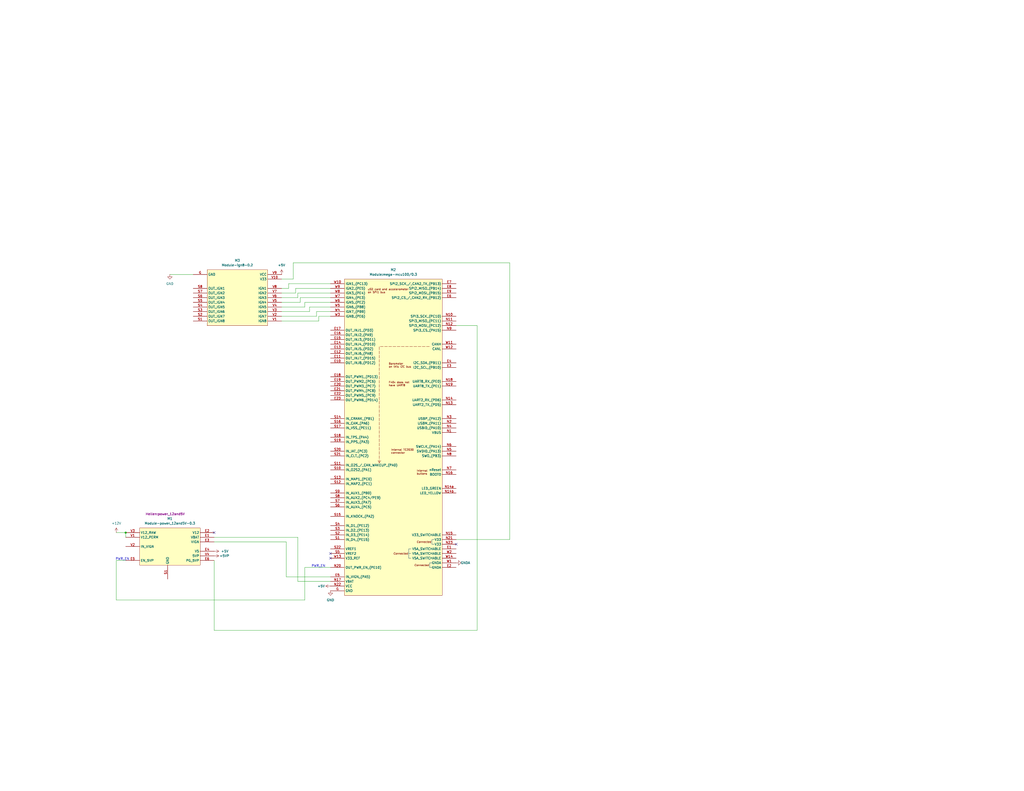
<source format=kicad_sch>
(kicad_sch
	(version 20250114)
	(generator "eeschema")
	(generator_version "9.0")
	(uuid "070aa0f2-6586-4750-adc7-75ee5ef2757c")
	(paper "C")
	(lib_symbols
		(symbol "Rus:Module-power_12and5V-0.3"
			(exclude_from_sim no)
			(in_bom yes)
			(on_board yes)
			(property "Reference" "M"
				(at 1.27 1.27 0)
				(effects
					(font
						(size 1.27 1.27)
					)
				)
			)
			(property "Value" "Module-power_12and5V-0.3"
				(at -1.27 3.81 0)
				(effects
					(font
						(size 1.27 1.27)
					)
				)
			)
			(property "Footprint" "hellen-one-power_12and5V-0.3:power_12and5V"
				(at -2.54 3.81 0)
				(effects
					(font
						(size 1.27 1.27)
					)
					(hide yes)
				)
			)
			(property "Datasheet" ""
				(at 0 0 0)
				(effects
					(font
						(size 1.27 1.27)
					)
					(hide yes)
				)
			)
			(property "Description" "Hellen-One Power_12and5V Module"
				(at 0 0 0)
				(effects
					(font
						(size 1.27 1.27)
					)
					(hide yes)
				)
			)
			(symbol "Module-power_12and5V-0.3_1_0"
				(rectangle
					(start 0 0)
					(end 33.02 -20.32)
					(stroke
						(width 0)
						(type default)
					)
					(fill
						(type background)
					)
				)
				(pin passive line
					(at -7.62 -2.54 0)
					(length 7.62)
					(name "V12_RAW"
						(effects
							(font
								(size 1.27 1.27)
							)
						)
					)
					(number "V3"
						(effects
							(font
								(size 1.27 1.27)
							)
						)
					)
				)
				(pin passive line
					(at -7.62 -5.08 0)
					(length 7.62)
					(name "V12_PERM"
						(effects
							(font
								(size 1.27 1.27)
							)
						)
					)
					(number "V1"
						(effects
							(font
								(size 1.27 1.27)
							)
						)
					)
				)
				(pin passive line
					(at -7.62 -10.16 0)
					(length 7.62)
					(name "IN_VIGN"
						(effects
							(font
								(size 1.27 1.27)
							)
						)
					)
					(number "V2"
						(effects
							(font
								(size 1.27 1.27)
							)
						)
					)
				)
				(pin passive line
					(at -7.62 -17.78 0)
					(length 7.62)
					(name "EN_5VP"
						(effects
							(font
								(size 1.27 1.27)
							)
						)
					)
					(number "E5"
						(effects
							(font
								(size 1.27 1.27)
							)
						)
					)
				)
				(pin passive line
					(at 15.24 -27.94 90)
					(length 7.62)
					(name "GND"
						(effects
							(font
								(size 1.27 1.27)
							)
						)
					)
					(number "S1"
						(effects
							(font
								(size 1.27 1.27)
							)
						)
					)
				)
				(pin passive line
					(at 40.64 -2.54 180)
					(length 7.62)
					(name "V12"
						(effects
							(font
								(size 1.27 1.27)
							)
						)
					)
					(number "E2"
						(effects
							(font
								(size 1.27 1.27)
							)
						)
					)
				)
				(pin passive line
					(at 40.64 -5.08 180)
					(length 7.62)
					(name "VBAT"
						(effects
							(font
								(size 1.27 1.27)
							)
						)
					)
					(number "E1"
						(effects
							(font
								(size 1.27 1.27)
							)
						)
					)
				)
				(pin passive line
					(at 40.64 -7.62 180)
					(length 7.62)
					(name "VIGN"
						(effects
							(font
								(size 1.27 1.27)
							)
						)
					)
					(number "E3"
						(effects
							(font
								(size 1.27 1.27)
							)
						)
					)
				)
				(pin passive line
					(at 40.64 -12.7 180)
					(length 7.62)
					(name "V5"
						(effects
							(font
								(size 1.27 1.27)
							)
						)
					)
					(number "E4"
						(effects
							(font
								(size 1.27 1.27)
							)
						)
					)
				)
				(pin passive line
					(at 40.64 -15.24 180)
					(length 7.62)
					(name "5VP"
						(effects
							(font
								(size 1.27 1.27)
							)
						)
					)
					(number "V4"
						(effects
							(font
								(size 1.27 1.27)
							)
						)
					)
				)
				(pin passive line
					(at 40.64 -17.78 180)
					(length 7.62)
					(name "PG_5VP"
						(effects
							(font
								(size 1.27 1.27)
							)
						)
					)
					(number "E6"
						(effects
							(font
								(size 1.27 1.27)
							)
						)
					)
				)
			)
			(embedded_fonts no)
		)
		(symbol "Rus:Module{colon}mega-mcu100/0.3"
			(exclude_from_sim no)
			(in_bom yes)
			(on_board yes)
			(property "Reference" "M100"
				(at 7.62 2.54 0)
				(effects
					(font
						(size 1.27 1.27)
					)
					(justify left bottom)
				)
			)
			(property "Value" "Module:mega-mcu100/0.3"
				(at 7.62 -172.72 0)
				(effects
					(font
						(size 1.27 1.27)
					)
					(justify left bottom)
				)
			)
			(property "Footprint" "hellen-one-mega-mcu100-0.3:mega-mcu100"
				(at 0 0 0)
				(effects
					(font
						(size 1.27 1.27)
					)
					(hide yes)
				)
			)
			(property "Datasheet" ""
				(at 0 0 0)
				(effects
					(font
						(size 1.27 1.27)
					)
					(hide yes)
				)
			)
			(property "Description" "Hellen One MEGA-MCU100 Module"
				(at 0 0 0)
				(effects
					(font
						(size 1.27 1.27)
					)
					(hide yes)
				)
			)
			(property "PUBLISHER" "qwerty-off"
				(at 0 0 0)
				(effects
					(font
						(size 1.27 1.27)
					)
					(justify left bottom)
					(hide yes)
				)
			)
			(property "SUPPLIER PART NUMBER 1" "*"
				(at -5.588 -55.88 0)
				(effects
					(font
						(size 1.27 1.27)
					)
					(justify left bottom)
					(hide yes)
				)
			)
			(property "SUPPLIER PART NUMBER 2" "*"
				(at -5.588 -55.88 0)
				(effects
					(font
						(size 1.27 1.27)
					)
					(justify left bottom)
					(hide yes)
				)
			)
			(property "SUPPLIER 1" "Mouser"
				(at -5.588 -55.88 0)
				(effects
					(font
						(size 1.27 1.27)
					)
					(justify left bottom)
					(hide yes)
				)
			)
			(property "SUPPLIER 2" "Digi-Key"
				(at -5.588 -55.88 0)
				(effects
					(font
						(size 1.27 1.27)
					)
					(justify left bottom)
					(hide yes)
				)
			)
			(property "FITTED" "False"
				(at -5.588 -38.1 0)
				(effects
					(font
						(size 1.27 1.27)
					)
					(justify left bottom)
					(hide yes)
				)
			)
			(property "PACKAGEREFERENCE" ""
				(at -5.588 -38.1 0)
				(effects
					(font
						(size 1.27 1.27)
					)
					(justify left bottom)
					(hide yes)
				)
			)
			(property "SUPPLIER 3" "LCSC"
				(at -5.588 -38.1 0)
				(effects
					(font
						(size 1.27 1.27)
					)
					(justify left bottom)
					(hide yes)
				)
			)
			(property "SUPPLIER PART NUMBER 3" ""
				(at -5.588 -38.1 0)
				(effects
					(font
						(size 1.27 1.27)
					)
					(justify left bottom)
					(hide yes)
				)
			)
			(property "TYPE" "Module"
				(at -5.588 -38.1 0)
				(effects
					(font
						(size 1.27 1.27)
					)
					(justify left bottom)
					(hide yes)
				)
			)
			(property "ki_fp_filters" "MOD_Hellen_MEGA_MCU100_0.1"
				(at 0 0 0)
				(effects
					(font
						(size 1.27 1.27)
					)
					(hide yes)
				)
			)
			(symbol "Module{colon}mega-mcu100/0.3_1_0"
				(rectangle
					(start 7.62 2.54)
					(end 60.96 -170.18)
					(stroke
						(width 0)
						(type solid)
					)
					(fill
						(type background)
					)
				)
				(polyline
					(pts
						(xy 26.67 -97.79) (xy 25.908 -96.52)
					)
					(stroke
						(width 0)
						(type default)
					)
					(fill
						(type none)
					)
				)
				(polyline
					(pts
						(xy 26.67 -97.79) (xy 27.432 -96.52)
					)
					(stroke
						(width 0)
						(type default)
					)
					(fill
						(type none)
					)
				)
				(polyline
					(pts
						(xy 26.67 -97.79) (xy 26.67 -34.29) (xy 54.61 -34.29)
					)
					(stroke
						(width 0)
						(type dash)
					)
					(fill
						(type none)
					)
				)
				(polyline
					(pts
						(xy 42.672 -147.32) (xy 43.942 -147.32) (xy 43.942 -147.32) (xy 43.942 -147.32)
					)
					(stroke
						(width 0)
						(type solid)
						(color 7 55 99 1)
					)
					(fill
						(type none)
					)
				)
				(polyline
					(pts
						(xy 43.942 -144.78) (xy 42.672 -144.78) (xy 42.672 -149.86) (xy 43.942 -149.86)
					)
					(stroke
						(width 0)
						(type solid)
						(color 7 55 99 1)
					)
					(fill
						(type none)
					)
				)
				(polyline
					(pts
						(xy 55.372 -152.4) (xy 54.102 -152.4) (xy 54.102 -154.94) (xy 55.372 -154.94)
					)
					(stroke
						(width 0)
						(type solid)
						(color 7 55 99 1)
					)
					(fill
						(type none)
					)
				)
				(polyline
					(pts
						(xy 56.642 -139.7) (xy 55.372 -139.7) (xy 55.372 -142.24) (xy 56.642 -142.24)
					)
					(stroke
						(width 0)
						(type solid)
						(color 7 55 99 1)
					)
					(fill
						(type none)
					)
				)
				(text "uSD card and accelerometer \non SPI1 bus"
					(at 20.32 -3.81 0)
					(effects
						(font
							(size 1.016 1.016)
						)
						(justify left)
					)
				)
				(text "Barometer\non this I2C bus"
					(at 31.75 -44.45 0)
					(effects
						(font
							(size 1.016 1.016)
						)
						(justify left)
					)
				)
				(text "F40x does not\nhave UART8"
					(at 31.75 -54.61 0)
					(effects
						(font
							(size 1.016 1.016)
						)
						(justify left)
					)
				)
				(text "Internal TC2030\nconnector"
					(at 33.02 -91.44 0)
					(effects
						(font
							(size 1.016 1.016)
						)
						(justify left)
					)
				)
				(text "Connected"
					(at 34.29 -147.32 0)
					(effects
						(font
							(size 1.016 1.016)
							(italic yes)
						)
						(justify left)
					)
				)
				(text "Connected"
					(at 45.72 -153.67 0)
					(effects
						(font
							(size 1.016 1.016)
							(italic yes)
						)
						(justify left)
					)
				)
				(text "Internal\nbuttons"
					(at 46.99 -102.87 0)
					(effects
						(font
							(size 1.016 1.016)
						)
						(justify left)
					)
				)
				(text "Connected"
					(at 46.99 -140.97 0)
					(effects
						(font
							(size 1.016 1.016)
							(italic yes)
						)
						(justify left)
					)
				)
				(pin passive line
					(at 0 0 0)
					(length 7.62)
					(name "IGN1_(PC13)"
						(effects
							(font
								(size 1.27 1.27)
							)
						)
					)
					(number "W10"
						(effects
							(font
								(size 1.27 1.27)
							)
						)
					)
				)
				(pin passive line
					(at 0 -2.54 0)
					(length 7.62)
					(name "IGN2_(PE5)"
						(effects
							(font
								(size 1.27 1.27)
							)
						)
					)
					(number "W9"
						(effects
							(font
								(size 1.27 1.27)
							)
						)
					)
				)
				(pin passive line
					(at 0 -5.08 0)
					(length 7.62)
					(name "IGN3_(PE4)"
						(effects
							(font
								(size 1.27 1.27)
							)
						)
					)
					(number "W8"
						(effects
							(font
								(size 1.27 1.27)
							)
						)
					)
				)
				(pin passive line
					(at 0 -7.62 0)
					(length 7.62)
					(name "IGN4_(PE3)"
						(effects
							(font
								(size 1.27 1.27)
							)
						)
					)
					(number "W7"
						(effects
							(font
								(size 1.27 1.27)
							)
						)
					)
				)
				(pin passive line
					(at 0 -10.16 0)
					(length 7.62)
					(name "IGN5_(PE2)"
						(effects
							(font
								(size 1.27 1.27)
							)
						)
					)
					(number "W6"
						(effects
							(font
								(size 1.27 1.27)
							)
						)
					)
				)
				(pin passive line
					(at 0 -12.7 0)
					(length 7.62)
					(name "IGN6_(PB8)"
						(effects
							(font
								(size 1.27 1.27)
							)
						)
					)
					(number "W5"
						(effects
							(font
								(size 1.27 1.27)
							)
						)
					)
				)
				(pin passive line
					(at 0 -15.24 0)
					(length 7.62)
					(name "IGN7_(PB9)"
						(effects
							(font
								(size 1.27 1.27)
							)
						)
					)
					(number "W4"
						(effects
							(font
								(size 1.27 1.27)
							)
						)
					)
				)
				(pin passive line
					(at 0 -17.78 0)
					(length 7.62)
					(name "IGN8_(PE6)"
						(effects
							(font
								(size 1.27 1.27)
							)
						)
					)
					(number "W3"
						(effects
							(font
								(size 1.27 1.27)
							)
						)
					)
				)
				(pin passive line
					(at 0 -25.4 0)
					(length 7.62)
					(name "OUT_INJ1_(PD3)"
						(effects
							(font
								(size 1.27 1.27)
							)
						)
					)
					(number "E17"
						(effects
							(font
								(size 1.27 1.27)
							)
						)
					)
				)
				(pin passive line
					(at 0 -27.94 0)
					(length 7.62)
					(name "OUT_INJ2_(PA9)"
						(effects
							(font
								(size 1.27 1.27)
							)
						)
					)
					(number "E16"
						(effects
							(font
								(size 1.27 1.27)
							)
						)
					)
				)
				(pin passive line
					(at 0 -30.48 0)
					(length 7.62)
					(name "OUT_INJ3_(PD11)"
						(effects
							(font
								(size 1.27 1.27)
							)
						)
					)
					(number "E15"
						(effects
							(font
								(size 1.27 1.27)
							)
						)
					)
				)
				(pin passive line
					(at 0 -33.02 0)
					(length 7.62)
					(name "OUT_INJ4_(PD10)"
						(effects
							(font
								(size 1.27 1.27)
							)
						)
					)
					(number "E14"
						(effects
							(font
								(size 1.27 1.27)
							)
						)
					)
				)
				(pin passive line
					(at 0 -35.56 0)
					(length 7.62)
					(name "OUT_INJ5_(PD2)"
						(effects
							(font
								(size 1.27 1.27)
							)
						)
					)
					(number "E13"
						(effects
							(font
								(size 1.27 1.27)
							)
						)
					)
				)
				(pin passive line
					(at 0 -38.1 0)
					(length 7.62)
					(name "OUT_INJ6_(PA8)"
						(effects
							(font
								(size 1.27 1.27)
							)
						)
					)
					(number "E12"
						(effects
							(font
								(size 1.27 1.27)
							)
						)
					)
				)
				(pin passive line
					(at 0 -40.64 0)
					(length 7.62)
					(name "OUT_INJ7_(PD15)"
						(effects
							(font
								(size 1.27 1.27)
							)
						)
					)
					(number "E11"
						(effects
							(font
								(size 1.27 1.27)
							)
						)
					)
				)
				(pin passive line
					(at 0 -43.18 0)
					(length 7.62)
					(name "OUT_INJ8_(PD12)"
						(effects
							(font
								(size 1.27 1.27)
							)
						)
					)
					(number "E10"
						(effects
							(font
								(size 1.27 1.27)
							)
						)
					)
				)
				(pin passive line
					(at 0 -50.8 0)
					(length 7.62)
					(name "OUT_PWM1_(PD13)"
						(effects
							(font
								(size 1.27 1.27)
							)
						)
					)
					(number "E18"
						(effects
							(font
								(size 1.27 1.27)
							)
						)
					)
				)
				(pin passive line
					(at 0 -53.34 0)
					(length 7.62)
					(name "OUT_PWM2_(PC6)"
						(effects
							(font
								(size 1.27 1.27)
							)
						)
					)
					(number "E19"
						(effects
							(font
								(size 1.27 1.27)
							)
						)
					)
				)
				(pin passive line
					(at 0 -55.88 0)
					(length 7.62)
					(name "OUT_PWM3_(PC7)"
						(effects
							(font
								(size 1.27 1.27)
							)
						)
					)
					(number "E20"
						(effects
							(font
								(size 1.27 1.27)
							)
						)
					)
				)
				(pin passive line
					(at 0 -58.42 0)
					(length 7.62)
					(name "OUT_PWM4_(PC8)"
						(effects
							(font
								(size 1.27 1.27)
							)
						)
					)
					(number "E21"
						(effects
							(font
								(size 1.27 1.27)
							)
						)
					)
				)
				(pin passive line
					(at 0 -60.96 0)
					(length 7.62)
					(name "OUT_PWM5_(PC9)"
						(effects
							(font
								(size 1.27 1.27)
							)
						)
					)
					(number "E22"
						(effects
							(font
								(size 1.27 1.27)
							)
						)
					)
				)
				(pin passive line
					(at 0 -63.5 0)
					(length 7.62)
					(name "OUT_PWM6_(PD14)"
						(effects
							(font
								(size 1.27 1.27)
							)
						)
					)
					(number "E23"
						(effects
							(font
								(size 1.27 1.27)
							)
						)
					)
				)
				(pin passive line
					(at 0 -73.66 0)
					(length 7.62)
					(name "IN_CRANK_(PB1)"
						(effects
							(font
								(size 1.27 1.27)
							)
						)
					)
					(number "S14"
						(effects
							(font
								(size 1.27 1.27)
							)
						)
					)
				)
				(pin passive line
					(at 0 -76.2 0)
					(length 7.62)
					(name "IN_CAM_(PA6)"
						(effects
							(font
								(size 1.27 1.27)
							)
						)
					)
					(number "S16"
						(effects
							(font
								(size 1.27 1.27)
							)
						)
					)
				)
				(pin passive line
					(at 0 -78.74 0)
					(length 7.62)
					(name "IN_VSS_(PE11)"
						(effects
							(font
								(size 1.27 1.27)
							)
						)
					)
					(number "S17"
						(effects
							(font
								(size 1.27 1.27)
							)
						)
					)
				)
				(pin passive line
					(at 0 -83.82 0)
					(length 7.62)
					(name "IN_TPS_(PA4)"
						(effects
							(font
								(size 1.27 1.27)
							)
						)
					)
					(number "S18"
						(effects
							(font
								(size 1.27 1.27)
							)
						)
					)
				)
				(pin passive line
					(at 0 -86.36 0)
					(length 7.62)
					(name "IN_PPS_(PA3)"
						(effects
							(font
								(size 1.27 1.27)
							)
						)
					)
					(number "S19"
						(effects
							(font
								(size 1.27 1.27)
							)
						)
					)
				)
				(pin passive line
					(at 0 -91.44 0)
					(length 7.62)
					(name "IN_IAT_(PC3)"
						(effects
							(font
								(size 1.27 1.27)
							)
						)
					)
					(number "S20"
						(effects
							(font
								(size 1.27 1.27)
							)
						)
					)
				)
				(pin passive line
					(at 0 -93.98 0)
					(length 7.62)
					(name "IN_CLT_(PC2)"
						(effects
							(font
								(size 1.27 1.27)
							)
						)
					)
					(number "S21"
						(effects
							(font
								(size 1.27 1.27)
							)
						)
					)
				)
				(pin passive line
					(at 0 -99.06 0)
					(length 7.62)
					(name "IN_O2S_/_CAN_WAKEUP_(PA0)"
						(effects
							(font
								(size 1.27 1.27)
							)
						)
					)
					(number "S11"
						(effects
							(font
								(size 1.27 1.27)
							)
						)
					)
				)
				(pin passive line
					(at 0 -101.6 0)
					(length 7.62)
					(name "IN_O2S2_(PA1)"
						(effects
							(font
								(size 1.27 1.27)
							)
						)
					)
					(number "S10"
						(effects
							(font
								(size 1.27 1.27)
							)
						)
					)
				)
				(pin passive line
					(at 0 -106.68 0)
					(length 7.62)
					(name "IN_MAP1_(PC0)"
						(effects
							(font
								(size 1.27 1.27)
							)
						)
					)
					(number "S13"
						(effects
							(font
								(size 1.27 1.27)
							)
						)
					)
				)
				(pin passive line
					(at 0 -109.22 0)
					(length 7.62)
					(name "IN_MAP2_(PC1)"
						(effects
							(font
								(size 1.27 1.27)
							)
						)
					)
					(number "S12"
						(effects
							(font
								(size 1.27 1.27)
							)
						)
					)
				)
				(pin passive line
					(at 0 -114.3 0)
					(length 7.62)
					(name "IN_AUX1_(PB0)"
						(effects
							(font
								(size 1.27 1.27)
							)
						)
					)
					(number "S9"
						(effects
							(font
								(size 1.27 1.27)
							)
						)
					)
				)
				(pin passive line
					(at 0 -116.84 0)
					(length 7.62)
					(name "IN_AUX2_(PC4/PE9)"
						(effects
							(font
								(size 1.27 1.27)
							)
						)
					)
					(number "S8"
						(effects
							(font
								(size 1.27 1.27)
							)
						)
					)
				)
				(pin passive line
					(at 0 -119.38 0)
					(length 7.62)
					(name "IN_AUX3_(PA7)"
						(effects
							(font
								(size 1.27 1.27)
							)
						)
					)
					(number "S7"
						(effects
							(font
								(size 1.27 1.27)
							)
						)
					)
				)
				(pin passive line
					(at 0 -121.92 0)
					(length 7.62)
					(name "IN_AUX4_(PC5)"
						(effects
							(font
								(size 1.27 1.27)
							)
						)
					)
					(number "S6"
						(effects
							(font
								(size 1.27 1.27)
							)
						)
					)
				)
				(pin passive line
					(at 0 -127 0)
					(length 7.62)
					(name "IN_KNOCK_(PA2)"
						(effects
							(font
								(size 1.27 1.27)
							)
						)
					)
					(number "S15"
						(effects
							(font
								(size 1.27 1.27)
							)
						)
					)
				)
				(pin passive line
					(at 0 -132.08 0)
					(length 7.62)
					(name "IN_D1_(PE12)"
						(effects
							(font
								(size 1.27 1.27)
							)
						)
					)
					(number "S4"
						(effects
							(font
								(size 1.27 1.27)
							)
						)
					)
				)
				(pin passive line
					(at 0 -134.62 0)
					(length 7.62)
					(name "IN_D2_(PE13)"
						(effects
							(font
								(size 1.27 1.27)
							)
						)
					)
					(number "S3"
						(effects
							(font
								(size 1.27 1.27)
							)
						)
					)
				)
				(pin passive line
					(at 0 -137.16 0)
					(length 7.62)
					(name "IN_D3_(PE14)"
						(effects
							(font
								(size 1.27 1.27)
							)
						)
					)
					(number "S2"
						(effects
							(font
								(size 1.27 1.27)
							)
						)
					)
				)
				(pin passive line
					(at 0 -139.7 0)
					(length 7.62)
					(name "IN_D4_(PE15)"
						(effects
							(font
								(size 1.27 1.27)
							)
						)
					)
					(number "S1"
						(effects
							(font
								(size 1.27 1.27)
							)
						)
					)
				)
				(pin passive line
					(at 0 -144.78 0)
					(length 7.62)
					(name "VREF1"
						(effects
							(font
								(size 1.27 1.27)
							)
						)
					)
					(number "S22"
						(effects
							(font
								(size 1.27 1.27)
							)
						)
					)
				)
				(pin passive line
					(at 0 -147.32 0)
					(length 7.62)
					(name "VREF2"
						(effects
							(font
								(size 1.27 1.27)
							)
						)
					)
					(number "S5"
						(effects
							(font
								(size 1.27 1.27)
							)
						)
					)
				)
				(pin passive line
					(at 0 -149.86 0)
					(length 7.62)
					(name "V33_REF"
						(effects
							(font
								(size 1.27 1.27)
							)
						)
					)
					(number "W13"
						(effects
							(font
								(size 1.27 1.27)
							)
						)
					)
				)
				(pin passive line
					(at 0 -154.94 0)
					(length 7.62)
					(name "OUT_PWR_EN_(PE10)"
						(effects
							(font
								(size 1.27 1.27)
							)
						)
					)
					(number "N20"
						(effects
							(font
								(size 1.27 1.27)
							)
						)
					)
				)
				(pin passive line
					(at 0 -160.02 0)
					(length 7.62)
					(name "IN_VIGN_(PA5)"
						(effects
							(font
								(size 1.27 1.27)
							)
						)
					)
					(number "E5"
						(effects
							(font
								(size 1.27 1.27)
							)
						)
					)
				)
				(pin passive line
					(at 0 -162.56 0)
					(length 7.62)
					(name "VBAT"
						(effects
							(font
								(size 1.27 1.27)
							)
						)
					)
					(number "N17"
						(effects
							(font
								(size 1.27 1.27)
							)
						)
					)
				)
				(pin passive line
					(at 0 -165.1 0)
					(length 7.62)
					(name "VCC"
						(effects
							(font
								(size 1.27 1.27)
							)
						)
					)
					(number "N22"
						(effects
							(font
								(size 1.27 1.27)
							)
						)
					)
				)
				(pin passive line
					(at 0 -167.64 0)
					(length 7.62)
					(name "GND"
						(effects
							(font
								(size 1.27 1.27)
							)
						)
					)
					(number "G"
						(effects
							(font
								(size 1.27 1.27)
							)
						)
					)
				)
				(pin passive line
					(at 68.58 0 180)
					(length 7.62)
					(name "SPI2_SCK_/_CAN2_TX_(PB13)"
						(effects
							(font
								(size 1.27 1.27)
							)
						)
					)
					(number "E7"
						(effects
							(font
								(size 1.27 1.27)
							)
						)
					)
				)
				(pin passive line
					(at 68.58 -2.54 180)
					(length 7.62)
					(name "SPI2_MISO_(PB14)"
						(effects
							(font
								(size 1.27 1.27)
							)
						)
					)
					(number "E8"
						(effects
							(font
								(size 1.27 1.27)
							)
						)
					)
				)
				(pin passive line
					(at 68.58 -5.08 180)
					(length 7.62)
					(name "SPI2_MOSI_(PB15)"
						(effects
							(font
								(size 1.27 1.27)
							)
						)
					)
					(number "E9"
						(effects
							(font
								(size 1.27 1.27)
							)
						)
					)
				)
				(pin passive line
					(at 68.58 -7.62 180)
					(length 7.62)
					(name "SPI2_CS_/_CAN2_RX_(PB12)"
						(effects
							(font
								(size 1.27 1.27)
							)
						)
					)
					(number "E6"
						(effects
							(font
								(size 1.27 1.27)
							)
						)
					)
				)
				(pin passive line
					(at 68.58 -17.78 180)
					(length 7.62)
					(name "SPI3_SCK_(PC10)"
						(effects
							(font
								(size 1.27 1.27)
							)
						)
					)
					(number "N10"
						(effects
							(font
								(size 1.27 1.27)
							)
						)
					)
				)
				(pin passive line
					(at 68.58 -20.32 180)
					(length 7.62)
					(name "SPI3_MISO_(PC11)"
						(effects
							(font
								(size 1.27 1.27)
							)
						)
					)
					(number "N11"
						(effects
							(font
								(size 1.27 1.27)
							)
						)
					)
				)
				(pin passive line
					(at 68.58 -22.86 180)
					(length 7.62)
					(name "SPI3_MOSI_(PC12)"
						(effects
							(font
								(size 1.27 1.27)
							)
						)
					)
					(number "N12"
						(effects
							(font
								(size 1.27 1.27)
							)
						)
					)
				)
				(pin passive line
					(at 68.58 -25.4 180)
					(length 7.62)
					(name "SPI3_CS_(PA15)"
						(effects
							(font
								(size 1.27 1.27)
							)
						)
					)
					(number "N9"
						(effects
							(font
								(size 1.27 1.27)
							)
						)
					)
				)
				(pin passive line
					(at 68.58 -33.02 180)
					(length 7.62)
					(name "CANH"
						(effects
							(font
								(size 1.27 1.27)
							)
						)
					)
					(number "W11"
						(effects
							(font
								(size 1.27 1.27)
							)
						)
					)
				)
				(pin passive line
					(at 68.58 -35.56 180)
					(length 7.62)
					(name "CANL"
						(effects
							(font
								(size 1.27 1.27)
							)
						)
					)
					(number "W12"
						(effects
							(font
								(size 1.27 1.27)
							)
						)
					)
				)
				(pin passive line
					(at 68.58 -43.18 180)
					(length 7.62)
					(name "I2C_SDA_(PB11)"
						(effects
							(font
								(size 1.27 1.27)
							)
						)
					)
					(number "E4"
						(effects
							(font
								(size 1.27 1.27)
							)
						)
					)
				)
				(pin passive line
					(at 68.58 -45.72 180)
					(length 7.62)
					(name "I2C_SCL_(PB10)"
						(effects
							(font
								(size 1.27 1.27)
							)
						)
					)
					(number "E3"
						(effects
							(font
								(size 1.27 1.27)
							)
						)
					)
				)
				(pin passive line
					(at 68.58 -53.34 180)
					(length 7.62)
					(name "UART8_RX_(PE0)"
						(effects
							(font
								(size 1.27 1.27)
							)
						)
					)
					(number "N18"
						(effects
							(font
								(size 1.27 1.27)
							)
						)
					)
				)
				(pin passive line
					(at 68.58 -55.88 180)
					(length 7.62)
					(name "UART8_TX_(PE1)"
						(effects
							(font
								(size 1.27 1.27)
							)
						)
					)
					(number "N19"
						(effects
							(font
								(size 1.27 1.27)
							)
						)
					)
				)
				(pin passive line
					(at 68.58 -63.5 180)
					(length 7.62)
					(name "UART2_RX_(PD6)"
						(effects
							(font
								(size 1.27 1.27)
							)
						)
					)
					(number "N14"
						(effects
							(font
								(size 1.27 1.27)
							)
						)
					)
				)
				(pin passive line
					(at 68.58 -66.04 180)
					(length 7.62)
					(name "UART2_TX_(PD5)"
						(effects
							(font
								(size 1.27 1.27)
							)
						)
					)
					(number "N13"
						(effects
							(font
								(size 1.27 1.27)
							)
						)
					)
				)
				(pin passive line
					(at 68.58 -73.66 180)
					(length 7.62)
					(name "USBP_(PA12)"
						(effects
							(font
								(size 1.27 1.27)
							)
						)
					)
					(number "N3"
						(effects
							(font
								(size 1.27 1.27)
							)
						)
					)
				)
				(pin passive line
					(at 68.58 -76.2 180)
					(length 7.62)
					(name "USBM_(PA11)"
						(effects
							(font
								(size 1.27 1.27)
							)
						)
					)
					(number "N2"
						(effects
							(font
								(size 1.27 1.27)
							)
						)
					)
				)
				(pin passive line
					(at 68.58 -78.74 180)
					(length 7.62)
					(name "USBID_(PA10)"
						(effects
							(font
								(size 1.27 1.27)
							)
						)
					)
					(number "N4"
						(effects
							(font
								(size 1.27 1.27)
							)
						)
					)
				)
				(pin passive line
					(at 68.58 -81.28 180)
					(length 7.62)
					(name "VBUS"
						(effects
							(font
								(size 1.27 1.27)
							)
						)
					)
					(number "N1"
						(effects
							(font
								(size 1.27 1.27)
							)
						)
					)
				)
				(pin passive line
					(at 68.58 -88.9 180)
					(length 7.62)
					(name "SWCLK_(PA14)"
						(effects
							(font
								(size 1.27 1.27)
							)
						)
					)
					(number "N6"
						(effects
							(font
								(size 1.27 1.27)
							)
						)
					)
				)
				(pin passive line
					(at 68.58 -91.44 180)
					(length 7.62)
					(name "SWDIO_(PA13)"
						(effects
							(font
								(size 1.27 1.27)
							)
						)
					)
					(number "N5"
						(effects
							(font
								(size 1.27 1.27)
							)
						)
					)
				)
				(pin passive line
					(at 68.58 -93.98 180)
					(length 7.62)
					(name "SWO_(PB3)"
						(effects
							(font
								(size 1.27 1.27)
							)
						)
					)
					(number "N8"
						(effects
							(font
								(size 1.27 1.27)
							)
						)
					)
				)
				(pin passive line
					(at 68.58 -101.6 180)
					(length 7.62)
					(name "nReset"
						(effects
							(font
								(size 1.27 1.27)
							)
						)
					)
					(number "N7"
						(effects
							(font
								(size 1.27 1.27)
							)
						)
					)
				)
				(pin passive line
					(at 68.58 -104.14 180)
					(length 7.62)
					(name "BOOT0"
						(effects
							(font
								(size 1.27 1.27)
							)
						)
					)
					(number "N16"
						(effects
							(font
								(size 1.27 1.27)
							)
						)
					)
				)
				(pin passive line
					(at 68.58 -111.76 180)
					(length 7.62)
					(name "LED_GREEN"
						(effects
							(font
								(size 1.27 1.27)
							)
						)
					)
					(number "N14a"
						(effects
							(font
								(size 1.27 1.27)
							)
						)
					)
				)
				(pin passive line
					(at 68.58 -114.3 180)
					(length 7.62)
					(name "LED_YELLOW"
						(effects
							(font
								(size 1.27 1.27)
							)
						)
					)
					(number "N14b"
						(effects
							(font
								(size 1.27 1.27)
							)
						)
					)
				)
				(pin passive line
					(at 68.58 -137.16 180)
					(length 7.62)
					(name "V33_SWITCHABLE"
						(effects
							(font
								(size 1.27 1.27)
							)
						)
					)
					(number "N15"
						(effects
							(font
								(size 1.27 1.27)
							)
						)
					)
				)
				(pin passive line
					(at 68.58 -139.7 180)
					(length 7.62)
					(name "V33"
						(effects
							(font
								(size 1.27 1.27)
							)
						)
					)
					(number "N21"
						(effects
							(font
								(size 1.27 1.27)
							)
						)
					)
				)
				(pin passive line
					(at 68.58 -142.24 180)
					(length 7.62)
					(name "V33"
						(effects
							(font
								(size 1.27 1.27)
							)
						)
					)
					(number "N23"
						(effects
							(font
								(size 1.27 1.27)
							)
						)
					)
				)
				(pin passive line
					(at 68.58 -144.78 180)
					(length 7.62)
					(name "V5A_SWITCHABLE"
						(effects
							(font
								(size 1.27 1.27)
							)
						)
					)
					(number "E1"
						(effects
							(font
								(size 1.27 1.27)
							)
						)
					)
				)
				(pin passive line
					(at 68.58 -147.32 180)
					(length 7.62)
					(name "V5A_SWITCHABLE"
						(effects
							(font
								(size 1.27 1.27)
							)
						)
					)
					(number "W2"
						(effects
							(font
								(size 1.27 1.27)
							)
						)
					)
				)
				(pin passive line
					(at 68.58 -149.86 180)
					(length 7.62)
					(name "V5A_SWITCHABLE"
						(effects
							(font
								(size 1.27 1.27)
							)
						)
					)
					(number "W14"
						(effects
							(font
								(size 1.27 1.27)
							)
						)
					)
				)
				(pin passive line
					(at 68.58 -152.4 180)
					(length 7.62)
					(name "GNDA"
						(effects
							(font
								(size 1.27 1.27)
							)
						)
					)
					(number "W1"
						(effects
							(font
								(size 1.27 1.27)
							)
						)
					)
				)
				(pin passive line
					(at 68.58 -154.94 180)
					(length 7.62)
					(name "GNDA"
						(effects
							(font
								(size 1.27 1.27)
							)
						)
					)
					(number "E2"
						(effects
							(font
								(size 1.27 1.27)
							)
						)
					)
				)
			)
			(embedded_fonts no)
		)
		(symbol "ign8:Module-ign8-0.2"
			(exclude_from_sim no)
			(in_bom yes)
			(on_board yes)
			(property "Reference" "M"
				(at 0 0 0)
				(effects
					(font
						(size 1.27 1.27)
					)
				)
			)
			(property "Value" "Module-ign8-0.2"
				(at 0 0 0)
				(effects
					(font
						(size 1.27 1.27)
					)
				)
			)
			(property "Footprint" "hellen-one-ign8-0.2:ign8"
				(at 0 0 0)
				(effects
					(font
						(size 1.27 1.27)
					)
					(hide yes)
				)
			)
			(property "Datasheet" ""
				(at 0 0 0)
				(effects
					(font
						(size 1.27 1.27)
					)
					(hide yes)
				)
			)
			(property "Description" "Hellen-One 8-ch Ignition Module"
				(at 0 0 0)
				(effects
					(font
						(size 1.27 1.27)
					)
					(hide yes)
				)
			)
			(symbol "Module-ign8-0.2_1_0"
				(rectangle
					(start 33.02 0)
					(end 0 -30.48)
					(stroke
						(width 0)
						(type default)
					)
					(fill
						(type background)
					)
				)
				(pin passive line
					(at -7.62 -2.54 0)
					(length 7.62)
					(name "VCC"
						(effects
							(font
								(size 1.27 1.27)
							)
						)
					)
					(number "V9"
						(effects
							(font
								(size 1.27 1.27)
							)
						)
					)
				)
				(pin passive line
					(at -7.62 -5.08 0)
					(length 7.62)
					(name "V33"
						(effects
							(font
								(size 1.27 1.27)
							)
						)
					)
					(number "V10"
						(effects
							(font
								(size 1.27 1.27)
							)
						)
					)
				)
				(pin passive line
					(at -7.62 -10.16 0)
					(length 7.62)
					(name "IGN1"
						(effects
							(font
								(size 1.27 1.27)
							)
						)
					)
					(number "V8"
						(effects
							(font
								(size 1.27 1.27)
							)
						)
					)
				)
				(pin passive line
					(at -7.62 -12.7 0)
					(length 7.62)
					(name "IGN2"
						(effects
							(font
								(size 1.27 1.27)
							)
						)
					)
					(number "V7"
						(effects
							(font
								(size 1.27 1.27)
							)
						)
					)
				)
				(pin passive line
					(at -7.62 -15.24 0)
					(length 7.62)
					(name "IGN3"
						(effects
							(font
								(size 1.27 1.27)
							)
						)
					)
					(number "V6"
						(effects
							(font
								(size 1.27 1.27)
							)
						)
					)
				)
				(pin passive line
					(at -7.62 -17.78 0)
					(length 7.62)
					(name "IGN4"
						(effects
							(font
								(size 1.27 1.27)
							)
						)
					)
					(number "V5"
						(effects
							(font
								(size 1.27 1.27)
							)
						)
					)
				)
				(pin passive line
					(at -7.62 -20.32 0)
					(length 7.62)
					(name "IGN5"
						(effects
							(font
								(size 1.27 1.27)
							)
						)
					)
					(number "V4"
						(effects
							(font
								(size 1.27 1.27)
							)
						)
					)
				)
				(pin passive line
					(at -7.62 -22.86 0)
					(length 7.62)
					(name "IGN6"
						(effects
							(font
								(size 1.27 1.27)
							)
						)
					)
					(number "V3"
						(effects
							(font
								(size 1.27 1.27)
							)
						)
					)
				)
				(pin passive line
					(at -7.62 -25.4 0)
					(length 7.62)
					(name "IGN7"
						(effects
							(font
								(size 1.27 1.27)
							)
						)
					)
					(number "V2"
						(effects
							(font
								(size 1.27 1.27)
							)
						)
					)
				)
				(pin passive line
					(at -7.62 -27.94 0)
					(length 7.62)
					(name "IGN8"
						(effects
							(font
								(size 1.27 1.27)
							)
						)
					)
					(number "V1"
						(effects
							(font
								(size 1.27 1.27)
							)
						)
					)
				)
				(pin passive line
					(at 40.64 -2.54 180)
					(length 7.62)
					(name "GND"
						(effects
							(font
								(size 1.27 1.27)
							)
						)
					)
					(number "G"
						(effects
							(font
								(size 1.27 1.27)
							)
						)
					)
				)
				(pin passive line
					(at 40.64 -10.16 180)
					(length 7.62)
					(name "OUT_IGN1"
						(effects
							(font
								(size 1.27 1.27)
							)
						)
					)
					(number "S8"
						(effects
							(font
								(size 1.27 1.27)
							)
						)
					)
				)
				(pin passive line
					(at 40.64 -12.7 180)
					(length 7.62)
					(name "OUT_IGN2"
						(effects
							(font
								(size 1.27 1.27)
							)
						)
					)
					(number "S7"
						(effects
							(font
								(size 1.27 1.27)
							)
						)
					)
				)
				(pin passive line
					(at 40.64 -15.24 180)
					(length 7.62)
					(name "OUT_IGN3"
						(effects
							(font
								(size 1.27 1.27)
							)
						)
					)
					(number "S6"
						(effects
							(font
								(size 1.27 1.27)
							)
						)
					)
				)
				(pin passive line
					(at 40.64 -17.78 180)
					(length 7.62)
					(name "OUT_IGN4"
						(effects
							(font
								(size 1.27 1.27)
							)
						)
					)
					(number "S5"
						(effects
							(font
								(size 1.27 1.27)
							)
						)
					)
				)
				(pin passive line
					(at 40.64 -20.32 180)
					(length 7.62)
					(name "OUT_IGN5"
						(effects
							(font
								(size 1.27 1.27)
							)
						)
					)
					(number "S4"
						(effects
							(font
								(size 1.27 1.27)
							)
						)
					)
				)
				(pin passive line
					(at 40.64 -22.86 180)
					(length 7.62)
					(name "OUT_IGN6"
						(effects
							(font
								(size 1.27 1.27)
							)
						)
					)
					(number "S3"
						(effects
							(font
								(size 1.27 1.27)
							)
						)
					)
				)
				(pin passive line
					(at 40.64 -25.4 180)
					(length 7.62)
					(name "OUT_IGN7"
						(effects
							(font
								(size 1.27 1.27)
							)
						)
					)
					(number "S2"
						(effects
							(font
								(size 1.27 1.27)
							)
						)
					)
				)
				(pin passive line
					(at 40.64 -27.94 180)
					(length 7.62)
					(name "OUT_IGN8"
						(effects
							(font
								(size 1.27 1.27)
							)
						)
					)
					(number "S1"
						(effects
							(font
								(size 1.27 1.27)
							)
						)
					)
				)
			)
			(embedded_fonts no)
		)
		(symbol "power:+12V"
			(power)
			(pin_numbers
				(hide yes)
			)
			(pin_names
				(offset 0)
				(hide yes)
			)
			(exclude_from_sim no)
			(in_bom yes)
			(on_board yes)
			(property "Reference" "#PWR"
				(at 0 -3.81 0)
				(effects
					(font
						(size 1.27 1.27)
					)
					(hide yes)
				)
			)
			(property "Value" "+12V"
				(at 0 3.556 0)
				(effects
					(font
						(size 1.27 1.27)
					)
				)
			)
			(property "Footprint" ""
				(at 0 0 0)
				(effects
					(font
						(size 1.27 1.27)
					)
					(hide yes)
				)
			)
			(property "Datasheet" ""
				(at 0 0 0)
				(effects
					(font
						(size 1.27 1.27)
					)
					(hide yes)
				)
			)
			(property "Description" "Power symbol creates a global label with name \"+12V\""
				(at 0 0 0)
				(effects
					(font
						(size 1.27 1.27)
					)
					(hide yes)
				)
			)
			(property "ki_keywords" "global power"
				(at 0 0 0)
				(effects
					(font
						(size 1.27 1.27)
					)
					(hide yes)
				)
			)
			(symbol "+12V_0_1"
				(polyline
					(pts
						(xy -0.762 1.27) (xy 0 2.54)
					)
					(stroke
						(width 0)
						(type default)
					)
					(fill
						(type none)
					)
				)
				(polyline
					(pts
						(xy 0 2.54) (xy 0.762 1.27)
					)
					(stroke
						(width 0)
						(type default)
					)
					(fill
						(type none)
					)
				)
				(polyline
					(pts
						(xy 0 0) (xy 0 2.54)
					)
					(stroke
						(width 0)
						(type default)
					)
					(fill
						(type none)
					)
				)
			)
			(symbol "+12V_1_1"
				(pin power_in line
					(at 0 0 90)
					(length 0)
					(name "~"
						(effects
							(font
								(size 1.27 1.27)
							)
						)
					)
					(number "1"
						(effects
							(font
								(size 1.27 1.27)
							)
						)
					)
				)
			)
			(embedded_fonts no)
		)
		(symbol "power:+5V"
			(power)
			(pin_numbers
				(hide yes)
			)
			(pin_names
				(offset 0)
				(hide yes)
			)
			(exclude_from_sim no)
			(in_bom yes)
			(on_board yes)
			(property "Reference" "#PWR"
				(at 0 -3.81 0)
				(effects
					(font
						(size 1.27 1.27)
					)
					(hide yes)
				)
			)
			(property "Value" "+5V"
				(at 0 3.556 0)
				(effects
					(font
						(size 1.27 1.27)
					)
				)
			)
			(property "Footprint" ""
				(at 0 0 0)
				(effects
					(font
						(size 1.27 1.27)
					)
					(hide yes)
				)
			)
			(property "Datasheet" ""
				(at 0 0 0)
				(effects
					(font
						(size 1.27 1.27)
					)
					(hide yes)
				)
			)
			(property "Description" "Power symbol creates a global label with name \"+5V\""
				(at 0 0 0)
				(effects
					(font
						(size 1.27 1.27)
					)
					(hide yes)
				)
			)
			(property "ki_keywords" "global power"
				(at 0 0 0)
				(effects
					(font
						(size 1.27 1.27)
					)
					(hide yes)
				)
			)
			(symbol "+5V_0_1"
				(polyline
					(pts
						(xy -0.762 1.27) (xy 0 2.54)
					)
					(stroke
						(width 0)
						(type default)
					)
					(fill
						(type none)
					)
				)
				(polyline
					(pts
						(xy 0 2.54) (xy 0.762 1.27)
					)
					(stroke
						(width 0)
						(type default)
					)
					(fill
						(type none)
					)
				)
				(polyline
					(pts
						(xy 0 0) (xy 0 2.54)
					)
					(stroke
						(width 0)
						(type default)
					)
					(fill
						(type none)
					)
				)
			)
			(symbol "+5V_1_1"
				(pin power_in line
					(at 0 0 90)
					(length 0)
					(name "~"
						(effects
							(font
								(size 1.27 1.27)
							)
						)
					)
					(number "1"
						(effects
							(font
								(size 1.27 1.27)
							)
						)
					)
				)
			)
			(embedded_fonts no)
		)
		(symbol "power:+5VP"
			(power)
			(pin_numbers
				(hide yes)
			)
			(pin_names
				(offset 0)
				(hide yes)
			)
			(exclude_from_sim no)
			(in_bom yes)
			(on_board yes)
			(property "Reference" "#PWR"
				(at 0 -3.81 0)
				(effects
					(font
						(size 1.27 1.27)
					)
					(hide yes)
				)
			)
			(property "Value" "+5VP"
				(at 0 3.556 0)
				(effects
					(font
						(size 1.27 1.27)
					)
				)
			)
			(property "Footprint" ""
				(at 0 0 0)
				(effects
					(font
						(size 1.27 1.27)
					)
					(hide yes)
				)
			)
			(property "Datasheet" ""
				(at 0 0 0)
				(effects
					(font
						(size 1.27 1.27)
					)
					(hide yes)
				)
			)
			(property "Description" "Power symbol creates a global label with name \"+5VP\""
				(at 0 0 0)
				(effects
					(font
						(size 1.27 1.27)
					)
					(hide yes)
				)
			)
			(property "ki_keywords" "global power"
				(at 0 0 0)
				(effects
					(font
						(size 1.27 1.27)
					)
					(hide yes)
				)
			)
			(symbol "+5VP_0_1"
				(polyline
					(pts
						(xy -0.762 1.27) (xy 0 2.54)
					)
					(stroke
						(width 0)
						(type default)
					)
					(fill
						(type none)
					)
				)
				(polyline
					(pts
						(xy 0 2.54) (xy 0.762 1.27)
					)
					(stroke
						(width 0)
						(type default)
					)
					(fill
						(type none)
					)
				)
				(polyline
					(pts
						(xy 0 0) (xy 0 2.54)
					)
					(stroke
						(width 0)
						(type default)
					)
					(fill
						(type none)
					)
				)
			)
			(symbol "+5VP_1_1"
				(pin power_in line
					(at 0 0 90)
					(length 0)
					(name "~"
						(effects
							(font
								(size 1.27 1.27)
							)
						)
					)
					(number "1"
						(effects
							(font
								(size 1.27 1.27)
							)
						)
					)
				)
			)
			(embedded_fonts no)
		)
		(symbol "power:GND"
			(power)
			(pin_numbers
				(hide yes)
			)
			(pin_names
				(offset 0)
				(hide yes)
			)
			(exclude_from_sim no)
			(in_bom yes)
			(on_board yes)
			(property "Reference" "#PWR"
				(at 0 -6.35 0)
				(effects
					(font
						(size 1.27 1.27)
					)
					(hide yes)
				)
			)
			(property "Value" "GND"
				(at 0 -3.81 0)
				(effects
					(font
						(size 1.27 1.27)
					)
				)
			)
			(property "Footprint" ""
				(at 0 0 0)
				(effects
					(font
						(size 1.27 1.27)
					)
					(hide yes)
				)
			)
			(property "Datasheet" ""
				(at 0 0 0)
				(effects
					(font
						(size 1.27 1.27)
					)
					(hide yes)
				)
			)
			(property "Description" "Power symbol creates a global label with name \"GND\" , ground"
				(at 0 0 0)
				(effects
					(font
						(size 1.27 1.27)
					)
					(hide yes)
				)
			)
			(property "ki_keywords" "global power"
				(at 0 0 0)
				(effects
					(font
						(size 1.27 1.27)
					)
					(hide yes)
				)
			)
			(symbol "GND_0_1"
				(polyline
					(pts
						(xy 0 0) (xy 0 -1.27) (xy 1.27 -1.27) (xy 0 -2.54) (xy -1.27 -1.27) (xy 0 -1.27)
					)
					(stroke
						(width 0)
						(type default)
					)
					(fill
						(type none)
					)
				)
			)
			(symbol "GND_1_1"
				(pin power_in line
					(at 0 0 270)
					(length 0)
					(name "~"
						(effects
							(font
								(size 1.27 1.27)
							)
						)
					)
					(number "1"
						(effects
							(font
								(size 1.27 1.27)
							)
						)
					)
				)
			)
			(embedded_fonts no)
		)
		(symbol "power:GNDA"
			(power)
			(pin_numbers
				(hide yes)
			)
			(pin_names
				(offset 0)
				(hide yes)
			)
			(exclude_from_sim no)
			(in_bom yes)
			(on_board yes)
			(property "Reference" "#PWR"
				(at 0 -6.35 0)
				(effects
					(font
						(size 1.27 1.27)
					)
					(hide yes)
				)
			)
			(property "Value" "GNDA"
				(at 0 -3.81 0)
				(effects
					(font
						(size 1.27 1.27)
					)
				)
			)
			(property "Footprint" ""
				(at 0 0 0)
				(effects
					(font
						(size 1.27 1.27)
					)
					(hide yes)
				)
			)
			(property "Datasheet" ""
				(at 0 0 0)
				(effects
					(font
						(size 1.27 1.27)
					)
					(hide yes)
				)
			)
			(property "Description" "Power symbol creates a global label with name \"GNDA\" , analog ground"
				(at 0 0 0)
				(effects
					(font
						(size 1.27 1.27)
					)
					(hide yes)
				)
			)
			(property "ki_keywords" "global power"
				(at 0 0 0)
				(effects
					(font
						(size 1.27 1.27)
					)
					(hide yes)
				)
			)
			(symbol "GNDA_0_1"
				(polyline
					(pts
						(xy 0 0) (xy 0 -1.27) (xy 1.27 -1.27) (xy 0 -2.54) (xy -1.27 -1.27) (xy 0 -1.27)
					)
					(stroke
						(width 0)
						(type default)
					)
					(fill
						(type none)
					)
				)
			)
			(symbol "GNDA_1_1"
				(pin power_in line
					(at 0 0 270)
					(length 0)
					(name "~"
						(effects
							(font
								(size 1.27 1.27)
							)
						)
					)
					(number "1"
						(effects
							(font
								(size 1.27 1.27)
							)
						)
					)
				)
			)
			(embedded_fonts no)
		)
	)
	(text "PWR_EN"
		(exclude_from_sim no)
		(at 66.802 305.308 0)
		(effects
			(font
				(size 1.27 1.27)
			)
		)
		(uuid "58e50cf2-c85f-4a17-b7a3-08f53dcbaef9")
	)
	(text "PWR_EN"
		(exclude_from_sim no)
		(at 173.736 309.118 0)
		(effects
			(font
				(size 1.27 1.27)
			)
		)
		(uuid "fd6a0492-2195-4a63-8f9c-19dc9f7b967a")
	)
	(junction
		(at 68.58 290.83)
		(diameter 0)
		(color 0 0 0 0)
		(uuid "cbd61b29-7d10-4bcd-8a2b-1d8721b81e0d")
	)
	(no_connect
		(at 180.34 302.26)
		(uuid "2ed386f3-bf14-40bf-890f-bc5299b7c1ea")
	)
	(no_connect
		(at 180.34 304.8)
		(uuid "5accbe5e-c6cc-48d4-91a3-24f9ba3daea1")
	)
	(no_connect
		(at 116.84 290.83)
		(uuid "66542bc0-3368-44e8-8544-d1726426ac91")
	)
	(no_connect
		(at 248.92 297.18)
		(uuid "8331ddfb-351c-41dc-b6da-49918c4a846d")
	)
	(wire
		(pts
			(xy 163.83 162.56) (xy 180.34 162.56)
		)
		(stroke
			(width 0)
			(type default)
		)
		(uuid "0171274d-92a9-4ce2-a22d-43bc37d4b67e")
	)
	(wire
		(pts
			(xy 161.29 157.48) (xy 161.29 160.02)
		)
		(stroke
			(width 0)
			(type default)
		)
		(uuid "0256d589-0ed9-4ed8-ab95-298aae512487")
	)
	(wire
		(pts
			(xy 116.84 344.17) (xy 116.84 306.07)
		)
		(stroke
			(width 0)
			(type default)
		)
		(uuid "0b92de1b-f870-4c69-b704-cc628d82ba48")
	)
	(wire
		(pts
			(xy 180.34 309.88) (xy 166.37 309.88)
		)
		(stroke
			(width 0)
			(type default)
		)
		(uuid "0bec5d02-568f-44a7-afca-1250840551e4")
	)
	(wire
		(pts
			(xy 68.58 290.83) (xy 68.58 293.37)
		)
		(stroke
			(width 0)
			(type default)
		)
		(uuid "108dc2ef-f7f7-4472-b0eb-0597f5c2da02")
	)
	(wire
		(pts
			(xy 63.5 290.83) (xy 68.58 290.83)
		)
		(stroke
			(width 0)
			(type default)
		)
		(uuid "12ed8b23-00c4-48db-8570-90cb95cf5fff")
	)
	(wire
		(pts
			(xy 162.56 162.56) (xy 162.56 160.02)
		)
		(stroke
			(width 0)
			(type default)
		)
		(uuid "1548de1e-a87f-428e-9dbf-f5476f3e0437")
	)
	(wire
		(pts
			(xy 63.5 327.66) (xy 63.5 306.07)
		)
		(stroke
			(width 0)
			(type default)
		)
		(uuid "207e69e8-1a37-405c-b6de-0c7219f00968")
	)
	(wire
		(pts
			(xy 168.91 170.18) (xy 153.67 170.18)
		)
		(stroke
			(width 0)
			(type default)
		)
		(uuid "254aedf7-d6bb-424e-8c83-619d062f3e0c")
	)
	(wire
		(pts
			(xy 153.67 157.48) (xy 157.48 157.48)
		)
		(stroke
			(width 0)
			(type default)
		)
		(uuid "2e701f0e-8a66-4a55-8b1c-72cd5f0e01b7")
	)
	(wire
		(pts
			(xy 248.92 177.8) (xy 260.35 177.8)
		)
		(stroke
			(width 0)
			(type default)
		)
		(uuid "2fec61ed-19bb-4c01-bb98-c9c2d15ec67b")
	)
	(wire
		(pts
			(xy 160.02 143.51) (xy 160.02 152.4)
		)
		(stroke
			(width 0)
			(type default)
		)
		(uuid "364687a9-7b04-4b71-81c0-d8b8cb576823")
	)
	(wire
		(pts
			(xy 92.71 149.86) (xy 105.41 149.86)
		)
		(stroke
			(width 0)
			(type default)
		)
		(uuid "383d445f-d2d9-4a81-be1d-dbf22469028b")
	)
	(wire
		(pts
			(xy 166.37 309.88) (xy 166.37 327.66)
		)
		(stroke
			(width 0)
			(type default)
		)
		(uuid "3a937b3e-6b22-4cca-8f82-3194b768b84d")
	)
	(wire
		(pts
			(xy 166.37 167.64) (xy 153.67 167.64)
		)
		(stroke
			(width 0)
			(type default)
		)
		(uuid "43246897-c477-45e3-b49d-3d97dcb7ebc6")
	)
	(wire
		(pts
			(xy 260.35 344.17) (xy 116.84 344.17)
		)
		(stroke
			(width 0)
			(type default)
		)
		(uuid "47a0f5e3-2358-4742-b7d8-1e5843dc359b")
	)
	(wire
		(pts
			(xy 180.34 167.64) (xy 168.91 167.64)
		)
		(stroke
			(width 0)
			(type default)
		)
		(uuid "518c24c3-1bc6-4659-9547-20f0cc19a87b")
	)
	(wire
		(pts
			(xy 180.34 165.1) (xy 166.37 165.1)
		)
		(stroke
			(width 0)
			(type default)
		)
		(uuid "55b19e05-7cfb-449a-a459-edb52209d404")
	)
	(wire
		(pts
			(xy 162.56 160.02) (xy 180.34 160.02)
		)
		(stroke
			(width 0)
			(type default)
		)
		(uuid "5fbfb4ff-8b86-410a-aefb-f5f5e079d364")
	)
	(wire
		(pts
			(xy 172.72 170.18) (xy 180.34 170.18)
		)
		(stroke
			(width 0)
			(type default)
		)
		(uuid "613a89d1-ed3b-4f05-8ad3-54a7f7df5fe8")
	)
	(wire
		(pts
			(xy 163.83 162.56) (xy 163.83 165.1)
		)
		(stroke
			(width 0)
			(type default)
		)
		(uuid "666b8d4e-4966-407a-8317-35a6335fd77b")
	)
	(wire
		(pts
			(xy 173.99 175.26) (xy 153.67 175.26)
		)
		(stroke
			(width 0)
			(type default)
		)
		(uuid "692a96bc-c5e3-4a33-b803-d29f7c74f5ca")
	)
	(wire
		(pts
			(xy 63.5 306.07) (xy 68.58 306.07)
		)
		(stroke
			(width 0)
			(type default)
		)
		(uuid "69cb5a40-05a4-4e31-a7e3-b7a20fbfc395")
	)
	(wire
		(pts
			(xy 157.48 157.48) (xy 157.48 154.94)
		)
		(stroke
			(width 0)
			(type default)
		)
		(uuid "6a1c3c0a-1f3c-44d8-8d21-b8298236a6d3")
	)
	(wire
		(pts
			(xy 248.92 294.64) (xy 278.13 294.64)
		)
		(stroke
			(width 0)
			(type default)
		)
		(uuid "6abf7c4c-c1ac-49e3-8913-196d2dbdadab")
	)
	(wire
		(pts
			(xy 278.13 143.51) (xy 160.02 143.51)
		)
		(stroke
			(width 0)
			(type default)
		)
		(uuid "7033e274-28d0-44ef-87ef-0e07b5c80633")
	)
	(wire
		(pts
			(xy 161.29 160.02) (xy 153.67 160.02)
		)
		(stroke
			(width 0)
			(type default)
		)
		(uuid "7498a2f7-12d7-47a9-a9be-a38bf33c8295")
	)
	(wire
		(pts
			(xy 163.83 165.1) (xy 153.67 165.1)
		)
		(stroke
			(width 0)
			(type default)
		)
		(uuid "7aceedf0-8697-477b-a1a4-3802394d073e")
	)
	(wire
		(pts
			(xy 153.67 172.72) (xy 172.72 172.72)
		)
		(stroke
			(width 0)
			(type default)
		)
		(uuid "82e532ce-9864-4efd-86fc-f25e97a2d125")
	)
	(wire
		(pts
			(xy 172.72 172.72) (xy 172.72 170.18)
		)
		(stroke
			(width 0)
			(type default)
		)
		(uuid "8531e666-1579-4b2a-87e8-fe0056e0bdcd")
	)
	(wire
		(pts
			(xy 166.37 327.66) (xy 63.5 327.66)
		)
		(stroke
			(width 0)
			(type default)
		)
		(uuid "85826190-ec24-4798-b18a-c5142728d1ff")
	)
	(wire
		(pts
			(xy 180.34 157.48) (xy 161.29 157.48)
		)
		(stroke
			(width 0)
			(type default)
		)
		(uuid "894531ed-eeae-4e5c-93f3-a11201926a2a")
	)
	(wire
		(pts
			(xy 168.91 167.64) (xy 168.91 170.18)
		)
		(stroke
			(width 0)
			(type default)
		)
		(uuid "922e37b6-ed0c-4b92-804a-7cb318622672")
	)
	(wire
		(pts
			(xy 156.21 314.96) (xy 180.34 314.96)
		)
		(stroke
			(width 0)
			(type default)
		)
		(uuid "971d38eb-226b-4622-95eb-79d6314f9ddc")
	)
	(wire
		(pts
			(xy 260.35 177.8) (xy 260.35 344.17)
		)
		(stroke
			(width 0)
			(type default)
		)
		(uuid "9ec078c9-0a99-4f92-b196-35cb69cd82d9")
	)
	(wire
		(pts
			(xy 160.02 152.4) (xy 153.67 152.4)
		)
		(stroke
			(width 0)
			(type default)
		)
		(uuid "a4e1575b-fd79-4264-872c-1e3f0e12491b")
	)
	(wire
		(pts
			(xy 166.37 165.1) (xy 166.37 167.64)
		)
		(stroke
			(width 0)
			(type default)
		)
		(uuid "a8d7a23b-0932-4e36-b5cc-8fb4181564e9")
	)
	(wire
		(pts
			(xy 116.84 293.37) (xy 162.56 293.37)
		)
		(stroke
			(width 0)
			(type default)
		)
		(uuid "c4686800-8343-4d4e-84f3-2551b866afb2")
	)
	(wire
		(pts
			(xy 173.99 172.72) (xy 173.99 175.26)
		)
		(stroke
			(width 0)
			(type default)
		)
		(uuid "c6de5634-0800-4315-9984-ff18b561aa35")
	)
	(wire
		(pts
			(xy 153.67 162.56) (xy 162.56 162.56)
		)
		(stroke
			(width 0)
			(type default)
		)
		(uuid "ce2611f5-3e5a-4f92-b6a8-3285346696af")
	)
	(wire
		(pts
			(xy 180.34 172.72) (xy 173.99 172.72)
		)
		(stroke
			(width 0)
			(type default)
		)
		(uuid "d355932a-2a53-48cd-9527-22bfb3e9afe3")
	)
	(wire
		(pts
			(xy 162.56 317.5) (xy 180.34 317.5)
		)
		(stroke
			(width 0)
			(type default)
		)
		(uuid "d913b347-3659-4f57-b3cf-8f76a92ce5f4")
	)
	(wire
		(pts
			(xy 116.84 295.91) (xy 156.21 295.91)
		)
		(stroke
			(width 0)
			(type default)
		)
		(uuid "e620e3e9-e57a-4089-90c6-5b2e52d431f2")
	)
	(wire
		(pts
			(xy 278.13 294.64) (xy 278.13 143.51)
		)
		(stroke
			(width 0)
			(type default)
		)
		(uuid "ed17ef6f-e672-4664-ad43-108a887b11c0")
	)
	(wire
		(pts
			(xy 162.56 293.37) (xy 162.56 317.5)
		)
		(stroke
			(width 0)
			(type default)
		)
		(uuid "ee178751-06fb-4560-84c8-c35629c5ce94")
	)
	(wire
		(pts
			(xy 156.21 295.91) (xy 156.21 314.96)
		)
		(stroke
			(width 0)
			(type default)
		)
		(uuid "fce1e0c2-1769-4464-8eae-efd5de837a36")
	)
	(wire
		(pts
			(xy 157.48 154.94) (xy 180.34 154.94)
		)
		(stroke
			(width 0)
			(type default)
		)
		(uuid "fce64f33-5f96-4017-8d2f-04259971e502")
	)
	(symbol
		(lib_id "ign8:Module-ign8-0.2")
		(at 146.05 147.32 0)
		(mirror y)
		(unit 1)
		(exclude_from_sim no)
		(in_bom yes)
		(on_board yes)
		(dnp no)
		(fields_autoplaced yes)
		(uuid "0c8e7ec6-f789-4cd7-b1e7-9d08214503a1")
		(property "Reference" "M3"
			(at 129.54 142.24 0)
			(effects
				(font
					(size 1.27 1.27)
				)
			)
		)
		(property "Value" "Module-ign8-0.2"
			(at 129.54 144.78 0)
			(effects
				(font
					(size 1.27 1.27)
				)
			)
		)
		(property "Footprint" "Hellen:ign8"
			(at 146.05 147.32 0)
			(effects
				(font
					(size 1.27 1.27)
				)
				(hide yes)
			)
		)
		(property "Datasheet" ""
			(at 146.05 147.32 0)
			(effects
				(font
					(size 1.27 1.27)
				)
				(hide yes)
			)
		)
		(property "Description" "Hellen-One 8-ch Ignition Module"
			(at 146.05 147.32 0)
			(effects
				(font
					(size 1.27 1.27)
				)
				(hide yes)
			)
		)
		(pin "V7"
			(uuid "ab267b70-1f3a-47ff-9bdb-7ddd2f69a889")
		)
		(pin "V9"
			(uuid "bbe6d9d9-0c2e-426e-88cd-ddc6ad91c554")
		)
		(pin "V1"
			(uuid "ea806c7b-1c37-4ea6-b00d-df239197e6ff")
		)
		(pin "S7"
			(uuid "025bc33a-4264-4185-8954-3a0eb05b4813")
		)
		(pin "G"
			(uuid "04d5e15b-d996-4289-942b-539a8fc008a9")
		)
		(pin "V6"
			(uuid "59687928-5831-4245-a0a6-4dc544cab0d4")
		)
		(pin "V10"
			(uuid "e09ee928-8358-437b-b3ec-fb04bb495f63")
		)
		(pin "V8"
			(uuid "d4f3f7a1-b595-414d-85c1-0f97211368e0")
		)
		(pin "V5"
			(uuid "1268a5fe-fb6e-47cd-a32d-3bc3004eb8f4")
		)
		(pin "V4"
			(uuid "04c5ada6-31ab-4aaf-ae2d-fba6298e56ec")
		)
		(pin "V3"
			(uuid "6ab87e68-d15e-4ff7-b560-d52a44792202")
		)
		(pin "V2"
			(uuid "ba462ace-dbee-4207-a9e2-4aee8c57abbd")
		)
		(pin "S8"
			(uuid "aec239c9-0ae1-4d9d-a42c-b3e2d1ac670a")
		)
		(pin "S3"
			(uuid "400d003c-675e-4d2f-bb0d-e507998d336d")
		)
		(pin "S4"
			(uuid "bc9fa4c7-b4a7-488b-ab02-ca92f9a5fcd1")
		)
		(pin "S1"
			(uuid "7e703359-86eb-44d1-8211-5d465d0f7c80")
		)
		(pin "S6"
			(uuid "a9210a45-12d0-4494-9646-1bc78ed7e32b")
		)
		(pin "S2"
			(uuid "5600b216-a558-4317-a966-dec360b30f40")
		)
		(pin "S5"
			(uuid "3ac08aea-9254-4efd-a423-a994e7ad619e")
		)
		(instances
			(project ""
				(path "/070aa0f2-6586-4750-adc7-75ee5ef2757c"
					(reference "M3")
					(unit 1)
				)
			)
		)
	)
	(symbol
		(lib_id "power:+5V")
		(at 153.67 149.86 0)
		(unit 1)
		(exclude_from_sim no)
		(in_bom yes)
		(on_board yes)
		(dnp no)
		(fields_autoplaced yes)
		(uuid "1cff5942-bdef-4967-8b82-6426c3330f1c")
		(property "Reference" "#PWR05"
			(at 153.67 153.67 0)
			(effects
				(font
					(size 1.27 1.27)
				)
				(hide yes)
			)
		)
		(property "Value" "+5V"
			(at 153.67 144.78 0)
			(effects
				(font
					(size 1.27 1.27)
				)
			)
		)
		(property "Footprint" ""
			(at 153.67 149.86 0)
			(effects
				(font
					(size 1.27 1.27)
				)
				(hide yes)
			)
		)
		(property "Datasheet" ""
			(at 153.67 149.86 0)
			(effects
				(font
					(size 1.27 1.27)
				)
				(hide yes)
			)
		)
		(property "Description" "Power symbol creates a global label with name \"+5V\""
			(at 153.67 149.86 0)
			(effects
				(font
					(size 1.27 1.27)
				)
				(hide yes)
			)
		)
		(pin "1"
			(uuid "aefc0c91-a3ef-4666-9dc7-840c17ad691d")
		)
		(instances
			(project ""
				(path "/070aa0f2-6586-4750-adc7-75ee5ef2757c"
					(reference "#PWR05")
					(unit 1)
				)
			)
		)
	)
	(symbol
		(lib_id "power:GND")
		(at 180.34 322.58 0)
		(unit 1)
		(exclude_from_sim no)
		(in_bom yes)
		(on_board yes)
		(dnp no)
		(fields_autoplaced yes)
		(uuid "4dce18fa-1738-4351-9e47-3379bb79a15c")
		(property "Reference" "#PWR07"
			(at 180.34 328.93 0)
			(effects
				(font
					(size 1.27 1.27)
				)
				(hide yes)
			)
		)
		(property "Value" "GND"
			(at 180.34 327.66 0)
			(effects
				(font
					(size 1.27 1.27)
				)
			)
		)
		(property "Footprint" ""
			(at 180.34 322.58 0)
			(effects
				(font
					(size 1.27 1.27)
				)
				(hide yes)
			)
		)
		(property "Datasheet" ""
			(at 180.34 322.58 0)
			(effects
				(font
					(size 1.27 1.27)
				)
				(hide yes)
			)
		)
		(property "Description" "Power symbol creates a global label with name \"GND\" , ground"
			(at 180.34 322.58 0)
			(effects
				(font
					(size 1.27 1.27)
				)
				(hide yes)
			)
		)
		(pin "1"
			(uuid "f3a533df-8952-4069-90c9-57c2223d86cd")
		)
		(instances
			(project ""
				(path "/070aa0f2-6586-4750-adc7-75ee5ef2757c"
					(reference "#PWR07")
					(unit 1)
				)
			)
		)
	)
	(symbol
		(lib_id "power:GNDA")
		(at 248.92 307.34 90)
		(unit 1)
		(exclude_from_sim no)
		(in_bom yes)
		(on_board yes)
		(dnp no)
		(uuid "5eb2ce44-1a1b-43a8-ac69-7dcdfc09653e")
		(property "Reference" "#PWR06"
			(at 255.27 307.34 0)
			(effects
				(font
					(size 1.27 1.27)
				)
				(hide yes)
			)
		)
		(property "Value" "GNDA"
			(at 254 307.34 90)
			(effects
				(font
					(size 1.27 1.27)
				)
			)
		)
		(property "Footprint" ""
			(at 248.92 307.34 0)
			(effects
				(font
					(size 1.27 1.27)
				)
				(hide yes)
			)
		)
		(property "Datasheet" ""
			(at 248.92 307.34 0)
			(effects
				(font
					(size 1.27 1.27)
				)
				(hide yes)
			)
		)
		(property "Description" "Power symbol creates a global label with name \"GNDA\" , analog ground"
			(at 248.92 307.34 0)
			(effects
				(font
					(size 1.27 1.27)
				)
				(hide yes)
			)
		)
		(pin "1"
			(uuid "e7ba36e6-b09f-4e78-97d0-11dbd1cf5482")
		)
		(instances
			(project ""
				(path "/070aa0f2-6586-4750-adc7-75ee5ef2757c"
					(reference "#PWR06")
					(unit 1)
				)
			)
		)
	)
	(symbol
		(lib_id "Rus:Module-power_12and5V-0.3")
		(at 76.2 288.29 0)
		(unit 1)
		(exclude_from_sim no)
		(in_bom yes)
		(on_board yes)
		(dnp no)
		(uuid "69534ad8-3c86-4136-8829-f66ca985f74c")
		(property "Reference" "M1"
			(at 92.71 283.21 0)
			(effects
				(font
					(size 1.27 1.27)
				)
			)
		)
		(property "Value" "Module-power_12and5V-0.3"
			(at 92.71 285.75 0)
			(effects
				(font
					(size 1.27 1.27)
				)
			)
		)
		(property "Footprint" "Hellen:power_12and5V"
			(at 90.17 280.67 0)
			(effects
				(font
					(size 1.27 1.27)
				)
			)
		)
		(property "Datasheet" ""
			(at 76.2 288.29 0)
			(effects
				(font
					(size 1.27 1.27)
				)
				(hide yes)
			)
		)
		(property "Description" "Hellen-One Power_12and5V Module"
			(at 76.2 288.29 0)
			(effects
				(font
					(size 1.27 1.27)
				)
				(hide yes)
			)
		)
		(pin "E6"
			(uuid "f3ff9d2a-8a06-43f3-8e82-ac29a554b3c3")
		)
		(pin "V3"
			(uuid "cf81e1d0-596c-45a8-b923-965518c1072a")
		)
		(pin "E2"
			(uuid "73bf7920-9709-4fe7-9e14-79701619a435")
		)
		(pin "V1"
			(uuid "1d3faf0f-cf79-4f77-a34b-961229b73651")
		)
		(pin "S1"
			(uuid "913491fc-da76-4e4a-a505-f23e0604536a")
		)
		(pin "E4"
			(uuid "13dbe75d-f25d-4716-ade1-2b881a2639af")
		)
		(pin "V2"
			(uuid "75be7cab-c06e-45b5-9a01-d761bced5591")
		)
		(pin "E1"
			(uuid "f2fdfb80-ccb9-45f2-83ea-412c273c5b98")
		)
		(pin "E3"
			(uuid "4dc6a1b0-3639-437a-99b2-ca23f8dec6cb")
		)
		(pin "E5"
			(uuid "c184e3ed-3122-4fd9-8790-c7a7650441c2")
		)
		(pin "V4"
			(uuid "9a572589-57b7-4050-8080-73a464183e3f")
		)
		(instances
			(project ""
				(path "/070aa0f2-6586-4750-adc7-75ee5ef2757c"
					(reference "M1")
					(unit 1)
				)
			)
		)
	)
	(symbol
		(lib_id "Rus:Module{colon}mega-mcu100/0.3")
		(at 180.34 154.94 0)
		(unit 1)
		(exclude_from_sim no)
		(in_bom yes)
		(on_board yes)
		(dnp no)
		(fields_autoplaced yes)
		(uuid "8e12f671-1aa9-460a-bcf1-33e5157dd51c")
		(property "Reference" "M2"
			(at 214.63 147.32 0)
			(effects
				(font
					(size 1.27 1.27)
				)
			)
		)
		(property "Value" "Module:mega-mcu100/0.3"
			(at 214.63 149.86 0)
			(effects
				(font
					(size 1.27 1.27)
				)
			)
		)
		(property "Footprint" "Hellen:mega-mcu100"
			(at 180.34 154.94 0)
			(effects
				(font
					(size 1.27 1.27)
				)
				(hide yes)
			)
		)
		(property "Datasheet" ""
			(at 180.34 154.94 0)
			(effects
				(font
					(size 1.27 1.27)
				)
				(hide yes)
			)
		)
		(property "Description" "Hellen One MEGA-MCU100 Module"
			(at 180.34 154.94 0)
			(effects
				(font
					(size 1.27 1.27)
				)
				(hide yes)
			)
		)
		(property "PUBLISHER" "qwerty-off"
			(at 180.34 154.94 0)
			(effects
				(font
					(size 1.27 1.27)
				)
				(justify left bottom)
				(hide yes)
			)
		)
		(property "SUPPLIER PART NUMBER 1" "*"
			(at 174.752 210.82 0)
			(effects
				(font
					(size 1.27 1.27)
				)
				(justify left bottom)
				(hide yes)
			)
		)
		(property "SUPPLIER PART NUMBER 2" "*"
			(at 174.752 210.82 0)
			(effects
				(font
					(size 1.27 1.27)
				)
				(justify left bottom)
				(hide yes)
			)
		)
		(property "SUPPLIER 1" "Mouser"
			(at 174.752 210.82 0)
			(effects
				(font
					(size 1.27 1.27)
				)
				(justify left bottom)
				(hide yes)
			)
		)
		(property "SUPPLIER 2" "Digi-Key"
			(at 174.752 210.82 0)
			(effects
				(font
					(size 1.27 1.27)
				)
				(justify left bottom)
				(hide yes)
			)
		)
		(property "FITTED" "False"
			(at 174.752 193.04 0)
			(effects
				(font
					(size 1.27 1.27)
				)
				(justify left bottom)
				(hide yes)
			)
		)
		(property "PACKAGEREFERENCE" ""
			(at 174.752 193.04 0)
			(effects
				(font
					(size 1.27 1.27)
				)
				(justify left bottom)
				(hide yes)
			)
		)
		(property "SUPPLIER 3" "LCSC"
			(at 174.752 193.04 0)
			(effects
				(font
					(size 1.27 1.27)
				)
				(justify left bottom)
				(hide yes)
			)
		)
		(property "SUPPLIER PART NUMBER 3" ""
			(at 174.752 193.04 0)
			(effects
				(font
					(size 1.27 1.27)
				)
				(justify left bottom)
				(hide yes)
			)
		)
		(property "TYPE" "Module"
			(at 174.752 193.04 0)
			(effects
				(font
					(size 1.27 1.27)
				)
				(justify left bottom)
				(hide yes)
			)
		)
		(pin "W4"
			(uuid "102c9a5f-9ace-4556-b63d-b0180ceb299f")
		)
		(pin "W9"
			(uuid "7b2446c0-e9a4-43a1-a8af-ccb64e06b369")
		)
		(pin "S16"
			(uuid "59da64fe-d44c-46db-8d8e-8f04d1ae87c6")
		)
		(pin "E13"
			(uuid "f2184d21-26b3-4bb4-87ae-80fa4697c9b2")
		)
		(pin "W8"
			(uuid "9d56605a-efc0-483e-a200-335234293e1e")
		)
		(pin "E15"
			(uuid "e68fad33-8e1f-4f07-b8ad-5a7d5172ce0b")
		)
		(pin "E16"
			(uuid "ce5d46df-25a0-41c3-9e9c-944bf2fabebc")
		)
		(pin "W3"
			(uuid "7200be42-2cbc-4a80-819a-2c3d0c697c8e")
		)
		(pin "E12"
			(uuid "9d6195ac-655e-42cf-a1e1-847efa17f6f2")
		)
		(pin "E11"
			(uuid "417f3f7a-b50a-4e50-a58e-77a12cb172d9")
		)
		(pin "E10"
			(uuid "8f641f43-39cc-4030-8f0e-eb859e383523")
		)
		(pin "W10"
			(uuid "a4271aa2-8a7b-48d0-b365-0f20bf68d922")
		)
		(pin "E14"
			(uuid "d8896059-078f-41c1-8f6e-f704cc0c80cb")
		)
		(pin "E18"
			(uuid "a634f8d7-decf-4721-a29d-d0de84f094ed")
		)
		(pin "W6"
			(uuid "bf276770-4844-48f8-81d8-dc5aa54c6ef4")
		)
		(pin "W5"
			(uuid "89371f69-722f-48b1-99e2-4c3cf23311cb")
		)
		(pin "E19"
			(uuid "7fb6a7ca-d2ca-4565-ab18-a351cd69b2b5")
		)
		(pin "E20"
			(uuid "fde1a8bd-a3dd-4aab-8f07-cb48307058ee")
		)
		(pin "W7"
			(uuid "0e7a551f-798e-4e50-a281-db0dffa8f080")
		)
		(pin "E22"
			(uuid "9578a223-fc8c-4448-a767-203fb611391c")
		)
		(pin "E23"
			(uuid "8d952c4b-7a6e-4f8e-8eea-9a35a02e4ce7")
		)
		(pin "E17"
			(uuid "735eb871-a5b7-4490-bd35-7294030a7413")
		)
		(pin "E21"
			(uuid "3b4cdf2e-b544-405b-b8e6-201399909093")
		)
		(pin "S14"
			(uuid "45822aea-8b39-444c-9ade-db87363421d6")
		)
		(pin "S8"
			(uuid "b86f02b9-8545-47ef-94e2-d95779e937a1")
		)
		(pin "S17"
			(uuid "ec650d99-d4c5-46cb-8a7e-892381ae1f36")
		)
		(pin "S12"
			(uuid "e950b83d-ce0d-4300-aa79-1c13bf05f9fd")
		)
		(pin "S7"
			(uuid "f8aa61de-62f5-43af-9434-b30afbffac8c")
		)
		(pin "E8"
			(uuid "ef0bf4a1-e979-498c-bc17-b29502226336")
		)
		(pin "S4"
			(uuid "7fd07e7a-b89b-4dce-a885-c89ba644bd01")
		)
		(pin "S18"
			(uuid "135f42b2-88d0-4f0e-b010-b97eceaaadef")
		)
		(pin "N11"
			(uuid "ce404e49-dc0d-4f86-b7aa-c19acdfd09c6")
		)
		(pin "S20"
			(uuid "379f3676-a495-4e83-b2d7-ff01a38647f2")
		)
		(pin "G"
			(uuid "8f368046-7cee-495e-9a74-e1765bde6964")
		)
		(pin "N17"
			(uuid "195852c2-2bb8-4df3-9684-4acd316f78e5")
		)
		(pin "S6"
			(uuid "1d3e0d57-71da-43f1-ab95-2d94fec54ec5")
		)
		(pin "S3"
			(uuid "67d27735-904a-4580-b36a-df8b3b420ef6")
		)
		(pin "S10"
			(uuid "2507a8f5-e841-4c49-b8bb-e5126fe4033d")
		)
		(pin "S19"
			(uuid "fe1ec56b-82ca-4726-a601-4e31ab44fbb7")
		)
		(pin "W13"
			(uuid "dddfd1d6-c02e-49e2-ae28-54905cb7e1a2")
		)
		(pin "S2"
			(uuid "c408ec95-4d20-4349-9a20-503fed429d87")
		)
		(pin "S13"
			(uuid "275e32d1-883a-4159-8aca-3ef832f581c8")
		)
		(pin "E7"
			(uuid "fa106673-a9af-4397-b645-f2b157afe146")
		)
		(pin "S9"
			(uuid "ed27751d-29f2-40e4-abf6-b150f8ea40c6")
		)
		(pin "E5"
			(uuid "1ea0532c-5645-4a2f-a06b-acee635b1034")
		)
		(pin "S11"
			(uuid "3b16b47f-8edb-4e62-b245-bb330f6d6d77")
		)
		(pin "S21"
			(uuid "e6928963-c977-4ae3-83b4-d8f52a43d9ea")
		)
		(pin "S15"
			(uuid "81ed6bef-d6de-4398-b710-1fa86e6793a4")
		)
		(pin "S5"
			(uuid "faa8e9c4-f44d-4807-a9f1-677cb53b2808")
		)
		(pin "N22"
			(uuid "552d6a25-4e6f-4628-87c7-04a994c9cfcc")
		)
		(pin "S22"
			(uuid "f5babe93-0d0e-44da-9822-998d4a858e7b")
		)
		(pin "S1"
			(uuid "8bf53895-7b4c-4880-878e-b2be1379a8ba")
		)
		(pin "N20"
			(uuid "80332a9e-2fb4-4284-8d02-5d9f3ea957eb")
		)
		(pin "E9"
			(uuid "9efe1e87-1e9a-45f4-b3ba-49abfa934d96")
		)
		(pin "E6"
			(uuid "44900709-5a78-4706-8e4c-c8a48a7c6179")
		)
		(pin "N10"
			(uuid "d35cef5e-cfe1-4159-82df-fd76455b6ccc")
		)
		(pin "N12"
			(uuid "f7efab91-d1a3-4526-b701-ab75ba05fc4a")
		)
		(pin "N9"
			(uuid "479bc8c4-d096-41bb-a1f9-1b85f1b2a599")
		)
		(pin "W11"
			(uuid "28cd1751-d0aa-4ae8-b4b9-92c474daaff2")
		)
		(pin "W12"
			(uuid "be47f1e3-b040-4525-8dc3-e1196e677729")
		)
		(pin "E4"
			(uuid "68ab826d-3c45-445f-8f02-44d031813bc4")
		)
		(pin "N6"
			(uuid "af4ef2c0-eda8-4187-8e3a-7dff2dea1250")
		)
		(pin "N5"
			(uuid "aac0a3b5-3607-4a17-b353-2014c21aee81")
		)
		(pin "N13"
			(uuid "49164f5e-c114-4d7c-8e30-7becd71974f1")
		)
		(pin "E3"
			(uuid "6ba1cd72-0c34-4b19-9116-7d0688fd66e9")
		)
		(pin "N18"
			(uuid "8597468d-73d3-4c80-bcbf-ca30d90de308")
		)
		(pin "N1"
			(uuid "35cf8f5d-217b-4e42-aec3-c2d86f973fa2")
		)
		(pin "W14"
			(uuid "3d5a6b7c-0043-4454-8dcd-655835a8f22f")
		)
		(pin "N14a"
			(uuid "c8a3387a-2135-42f6-9fef-8630b12af5a3")
		)
		(pin "N21"
			(uuid "a8f9a0ed-0c71-4088-850d-395d0d565886")
		)
		(pin "N16"
			(uuid "0bcb7471-b8f1-4f8f-9042-567e5af0b8d0")
		)
		(pin "N19"
			(uuid "e3f70f8b-608a-433d-b40c-a370f59cfc79")
		)
		(pin "N14b"
			(uuid "01ee5b41-658b-4367-8aa1-34a4835d2a7b")
		)
		(pin "N8"
			(uuid "a5f9c70a-2151-41b3-a5bf-00c56f294181")
		)
		(pin "N4"
			(uuid "f8a367d5-9ed2-4076-a5fc-4d3f6bef95b2")
		)
		(pin "N14"
			(uuid "2ecc4c27-3aba-4751-b597-5266b556c8e2")
		)
		(pin "N7"
			(uuid "f8152288-127e-4b4f-9f27-a816a48da731")
		)
		(pin "N3"
			(uuid "1720a486-a838-475a-b170-fc59760dd1fc")
		)
		(pin "N23"
			(uuid "f8e91f05-9bf7-4cb3-9636-2812ceb1cf1e")
		)
		(pin "E2"
			(uuid "40cfc958-e6db-4e4b-b2aa-0586a94f1378")
		)
		(pin "N2"
			(uuid "2a7c9cc6-4b3e-4252-9d29-63541f0d1566")
		)
		(pin "E1"
			(uuid "b6cc13af-6270-4afe-bd6e-37be326d2386")
		)
		(pin "W2"
			(uuid "bb058470-6fd9-43fb-b1a5-26ef3718cc94")
		)
		(pin "N15"
			(uuid "0484d933-1cb5-4afa-974a-33b4cfe00300")
		)
		(pin "W1"
			(uuid "43931407-6c60-4b70-8a36-d5f5892cee87")
		)
		(instances
			(project ""
				(path "/070aa0f2-6586-4750-adc7-75ee5ef2757c"
					(reference "M2")
					(unit 1)
				)
			)
		)
	)
	(symbol
		(lib_id "power:+5V")
		(at 180.34 320.04 90)
		(unit 1)
		(exclude_from_sim no)
		(in_bom yes)
		(on_board yes)
		(dnp no)
		(uuid "9b119efa-ede1-49fc-8b84-1fffe0adefd1")
		(property "Reference" "#PWR08"
			(at 184.15 320.04 0)
			(effects
				(font
					(size 1.27 1.27)
				)
				(hide yes)
			)
		)
		(property "Value" "+5V"
			(at 175.26 320.04 90)
			(effects
				(font
					(size 1.27 1.27)
				)
			)
		)
		(property "Footprint" ""
			(at 180.34 320.04 0)
			(effects
				(font
					(size 1.27 1.27)
				)
				(hide yes)
			)
		)
		(property "Datasheet" ""
			(at 180.34 320.04 0)
			(effects
				(font
					(size 1.27 1.27)
				)
				(hide yes)
			)
		)
		(property "Description" "Power symbol creates a global label with name \"+5V\""
			(at 180.34 320.04 0)
			(effects
				(font
					(size 1.27 1.27)
				)
				(hide yes)
			)
		)
		(pin "1"
			(uuid "8ab314c1-f749-41d2-9b32-6ec157987be4")
		)
		(instances
			(project ""
				(path "/070aa0f2-6586-4750-adc7-75ee5ef2757c"
					(reference "#PWR08")
					(unit 1)
				)
			)
		)
	)
	(symbol
		(lib_id "power:GND")
		(at 92.71 149.86 0)
		(unit 1)
		(exclude_from_sim no)
		(in_bom yes)
		(on_board yes)
		(dnp no)
		(fields_autoplaced yes)
		(uuid "a470ddb5-8b6d-46cd-a7d0-5df9a545fd88")
		(property "Reference" "#PWR01"
			(at 92.71 156.21 0)
			(effects
				(font
					(size 1.27 1.27)
				)
				(hide yes)
			)
		)
		(property "Value" "GND"
			(at 92.71 154.94 0)
			(effects
				(font
					(size 1.27 1.27)
				)
			)
		)
		(property "Footprint" ""
			(at 92.71 149.86 0)
			(effects
				(font
					(size 1.27 1.27)
				)
				(hide yes)
			)
		)
		(property "Datasheet" ""
			(at 92.71 149.86 0)
			(effects
				(font
					(size 1.27 1.27)
				)
				(hide yes)
			)
		)
		(property "Description" "Power symbol creates a global label with name \"GND\" , ground"
			(at 92.71 149.86 0)
			(effects
				(font
					(size 1.27 1.27)
				)
				(hide yes)
			)
		)
		(pin "1"
			(uuid "f8b0a823-cbae-4188-b0d1-e903459705fa")
		)
		(instances
			(project ""
				(path "/070aa0f2-6586-4750-adc7-75ee5ef2757c"
					(reference "#PWR01")
					(unit 1)
				)
			)
		)
	)
	(symbol
		(lib_id "power:+12V")
		(at 63.5 290.83 0)
		(unit 1)
		(exclude_from_sim no)
		(in_bom yes)
		(on_board yes)
		(dnp no)
		(fields_autoplaced yes)
		(uuid "b362b2ad-260a-457f-8e0b-996079137578")
		(property "Reference" "#PWR02"
			(at 63.5 294.64 0)
			(effects
				(font
					(size 1.27 1.27)
				)
				(hide yes)
			)
		)
		(property "Value" "+12V"
			(at 63.5 285.75 0)
			(effects
				(font
					(size 1.27 1.27)
				)
			)
		)
		(property "Footprint" ""
			(at 63.5 290.83 0)
			(effects
				(font
					(size 1.27 1.27)
				)
				(hide yes)
			)
		)
		(property "Datasheet" ""
			(at 63.5 290.83 0)
			(effects
				(font
					(size 1.27 1.27)
				)
				(hide yes)
			)
		)
		(property "Description" "Power symbol creates a global label with name \"+12V\""
			(at 63.5 290.83 0)
			(effects
				(font
					(size 1.27 1.27)
				)
				(hide yes)
			)
		)
		(pin "1"
			(uuid "c7eaddcf-10db-4829-ae64-27f5ae87c22c")
		)
		(instances
			(project ""
				(path "/070aa0f2-6586-4750-adc7-75ee5ef2757c"
					(reference "#PWR02")
					(unit 1)
				)
			)
		)
	)
	(symbol
		(lib_id "power:+5V")
		(at 116.84 300.99 270)
		(unit 1)
		(exclude_from_sim no)
		(in_bom yes)
		(on_board yes)
		(dnp no)
		(uuid "d92fed94-112b-4c81-8113-5e935173187d")
		(property "Reference" "#PWR03"
			(at 113.03 300.99 0)
			(effects
				(font
					(size 1.27 1.27)
				)
				(hide yes)
			)
		)
		(property "Value" "+5V"
			(at 122.682 300.99 90)
			(effects
				(font
					(size 1.27 1.27)
				)
			)
		)
		(property "Footprint" ""
			(at 116.84 300.99 0)
			(effects
				(font
					(size 1.27 1.27)
				)
				(hide yes)
			)
		)
		(property "Datasheet" ""
			(at 116.84 300.99 0)
			(effects
				(font
					(size 1.27 1.27)
				)
				(hide yes)
			)
		)
		(property "Description" "Power symbol creates a global label with name \"+5V\""
			(at 116.84 300.99 0)
			(effects
				(font
					(size 1.27 1.27)
				)
				(hide yes)
			)
		)
		(pin "1"
			(uuid "a19107a9-a391-4928-9b52-6dd3dee510dc")
		)
		(instances
			(project ""
				(path "/070aa0f2-6586-4750-adc7-75ee5ef2757c"
					(reference "#PWR03")
					(unit 1)
				)
			)
		)
	)
	(symbol
		(lib_id "power:+5VP")
		(at 116.84 303.53 270)
		(unit 1)
		(exclude_from_sim no)
		(in_bom yes)
		(on_board yes)
		(dnp no)
		(uuid "f18d8c54-d73f-4c7b-a19e-5513677aaf1b")
		(property "Reference" "#PWR04"
			(at 113.03 303.53 0)
			(effects
				(font
					(size 1.27 1.27)
				)
				(hide yes)
			)
		)
		(property "Value" "+5VP"
			(at 122.428 303.53 90)
			(effects
				(font
					(size 1.27 1.27)
				)
			)
		)
		(property "Footprint" ""
			(at 116.84 303.53 0)
			(effects
				(font
					(size 1.27 1.27)
				)
				(hide yes)
			)
		)
		(property "Datasheet" ""
			(at 116.84 303.53 0)
			(effects
				(font
					(size 1.27 1.27)
				)
				(hide yes)
			)
		)
		(property "Description" "Power symbol creates a global label with name \"+5VP\""
			(at 116.84 303.53 0)
			(effects
				(font
					(size 1.27 1.27)
				)
				(hide yes)
			)
		)
		(pin "1"
			(uuid "527f0768-ecac-454e-b908-473eec9351c7")
		)
		(instances
			(project ""
				(path "/070aa0f2-6586-4750-adc7-75ee5ef2757c"
					(reference "#PWR04")
					(unit 1)
				)
			)
		)
	)
	(sheet_instances
		(path "/"
			(page "1")
		)
	)
	(embedded_fonts no)
)

</source>
